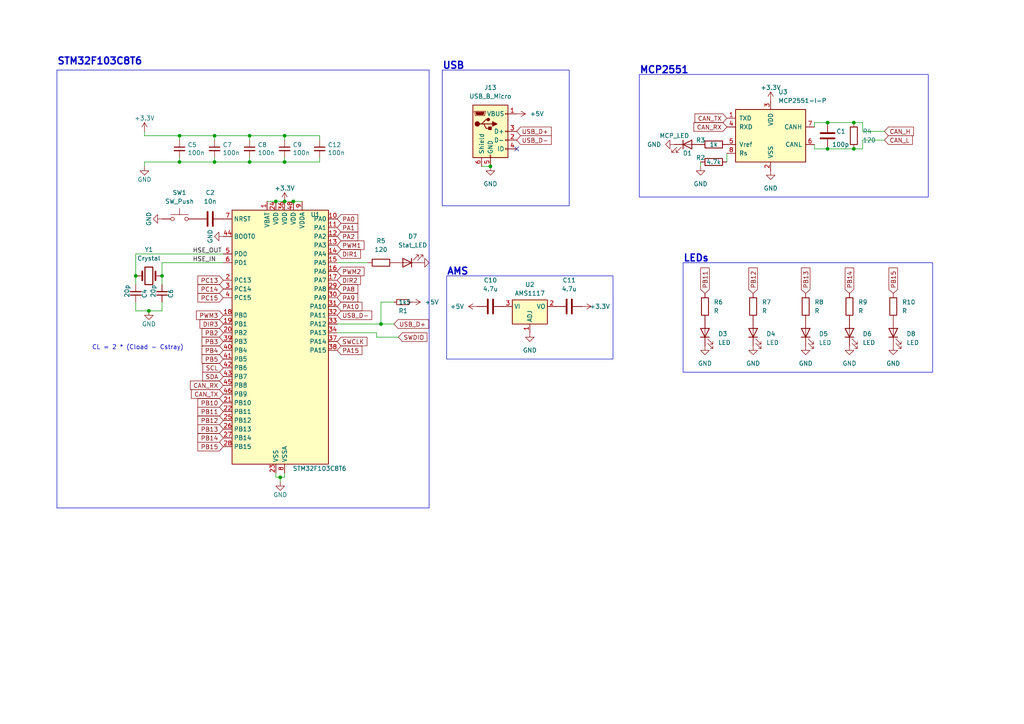
<source format=kicad_sch>
(kicad_sch (version 20230121) (generator eeschema)
  (paper "A4")
  (lib_symbols
    (symbol "Connector:USB_B_Micro" (pin_names (offset 1.016))
      (property "Reference" "J" (at -5.08 11.43 0))
      (property "Value" "USB_B_Micro" (at -5.08 8.89 0))
      (symbol "USB_B_Micro_0_1"
        (rectangle (start -5.08 -7.62) (end 5.08 7.62) (stroke (width 0.254)) (fill (type background)))
        (circle (center -3.81 2.159) (radius 0.635) (stroke (width 0.254)) (fill (type outline)))
        (circle (center -0.635 3.429) (radius 0.381) (stroke (width 0.254)) (fill (type outline)))
        (rectangle (start -0.127 -7.62) (end 0.127 -6.858))
        (polyline (pts (xy -1.905 2.159) (xy 0.635 2.159)) (stroke (width 0.254)))
        (polyline (pts (xy -3.175 2.159) (xy -2.54 2.159) (xy -1.27 3.429) (xy -0.635 3.429)) (stroke (width 0.254)))
        (polyline (pts (xy -2.54 2.159) (xy -1.905 2.159) (xy -1.27 0.889) (xy 0 0.889)) (stroke (width 0.254)))
        (polyline (pts (xy 0.635 2.794) (xy 0.635 1.524) (xy 1.905 2.159) (xy 0.635 2.794)) (stroke (width 0.254)) (fill (type outline)))
        (polyline (pts (xy -4.318 5.588) (xy -1.778 5.588) (xy -2.032 4.826) (xy -4.064 4.826) (xy -4.318 5.588)) (fill (type outline)))
        (polyline (pts (xy -4.699 5.842) (xy -4.699 5.588) (xy -4.445 4.826) (xy -4.445 4.572) (xy -1.651 4.572) (xy -1.651 4.826) (xy -1.397 5.588) (xy -1.397 5.842) (xy -4.699 5.842)))
        (rectangle (start 0.254 1.27) (end -0.508 0.508) (stroke (width 0.254)) (fill (type outline)))
        (rectangle (start 5.08 -5.207) (end 4.318 -4.953))
        (rectangle (start 5.08 -2.667) (end 4.318 -2.413))
        (rectangle (start 5.08 -0.127) (end 4.318 0.127))
        (rectangle (start 5.08 4.953) (end 4.318 5.207))
      )
      (symbol "USB_B_Micro_1_1"
        (pin power_out line (at 7.62 5.08 180) (length 2.54) (name "VBUS") (number "1"))
        (pin bidirectional line (at 7.62 -2.54 180) (length 2.54) (name "D-") (number "2"))
        (pin bidirectional line (at 7.62 0 180) (length 2.54) (name "D+") (number "3"))
        (pin passive line (at 7.62 -5.08 180) (length 2.54) (name "ID") (number "4"))
        (pin power_out line (at 0 -10.16 90) (length 2.54) (name "GND") (number "5"))
        (pin passive line (at -2.54 -10.16 90) (length 2.54) (name "Shield") (number "6"))
      )
    )
    (symbol "Device:C" (pin_numbers hide) (pin_names (offset 0.254))
      (property "Reference" "C" (at 0.635 2.54 0))
      (property "Value" "C" (at 0.635 -2.54 0))
      (symbol "C_0_1"
        (polyline (pts (xy -2.032 -0.762) (xy 2.032 -0.762)) (stroke (width 0.508)))
        (polyline (pts (xy -2.032 0.762) (xy 2.032 0.762)) (stroke (width 0.508)))
      )
      (symbol "C_1_1"
        (pin passive line (at 0 3.81 270) (length 2.794) (name "~") (number "1"))
        (pin passive line (at 0 -3.81 90) (length 2.794) (name "~") (number "2"))
      )
    )
    (symbol "Device:C_Small" (pin_numbers hide) (pin_names (offset 0.254) hide)
      (property "Reference" "C" (at 0.254 1.778 0))
      (property "Value" "C_Small" (at 0.254 -2.032 0))
      (symbol "C_Small_0_1"
        (polyline (pts (xy -1.524 -0.508) (xy 1.524 -0.508)) (stroke (width 0.3302)))
        (polyline (pts (xy -1.524 0.508) (xy 1.524 0.508)) (stroke (width 0.3048)))
      )
      (symbol "C_Small_1_1"
        (pin passive line (at 0 2.54 270) (length 2.032) (name "~") (number "1"))
        (pin passive line (at 0 -2.54 90) (length 2.032) (name "~") (number "2"))
      )
    )
    (symbol "Device:Crystal" (pin_numbers hide) (pin_names (offset 1.016) hide)
      (property "Reference" "Y" (at 0 3.81 0))
      (property "Value" "Crystal" (at 0 -3.81 0))
      (symbol "Crystal_0_1"
        (rectangle (start -1.143 2.54) (end 1.143 -2.54) (stroke (width 0.3048)))
        (polyline (pts (xy -2.54 0) (xy -1.905 0)))
        (polyline (pts (xy -1.905 -1.27) (xy -1.905 1.27)) (stroke (width 0.508)))
        (polyline (pts (xy 1.905 -1.27) (xy 1.905 1.27)) (stroke (width 0.508)))
        (polyline (pts (xy 2.54 0) (xy 1.905 0)))
      )
      (symbol "Crystal_1_1"
        (pin passive line (at -3.81 0 0) (length 1.27) (name "1") (number "1"))
        (pin passive line (at 3.81 0 180) (length 1.27) (name "2") (number "2"))
      )
    )
    (symbol "Device:LED" (pin_numbers hide) (pin_names (offset 1.016) hide)
      (property "Reference" "D" (at 0 2.54 0))
      (property "Value" "LED" (at 0 -2.54 0))
      (symbol "LED_0_1"
        (polyline (pts (xy -1.27 -1.27) (xy -1.27 1.27)) (stroke (width 0.254)))
        (polyline (pts (xy -1.27 0) (xy 1.27 0)))
        (polyline (pts (xy 1.27 -1.27) (xy 1.27 1.27) (xy -1.27 0) (xy 1.27 -1.27)) (stroke (width 0.254)))
        (polyline (pts (xy -3.048 -0.762) (xy -4.572 -2.286) (xy -3.81 -2.286) (xy -4.572 -2.286) (xy -4.572 -1.524)))
        (polyline (pts (xy -1.778 -0.762) (xy -3.302 -2.286) (xy -2.54 -2.286) (xy -3.302 -2.286) (xy -3.302 -1.524)))
      )
      (symbol "LED_1_1"
        (pin passive line (at -3.81 0 0) (length 2.54) (name "K") (number "1"))
        (pin passive line (at 3.81 0 180) (length 2.54) (name "A") (number "2"))
      )
    )
    (symbol "Device:R" (pin_numbers hide) (pin_names (offset 0))
      (property "Reference" "R" (at 2.032 0 90))
      (property "Value" "R" (at 0 0 90))
      (symbol "R_0_1"
        (rectangle (start -1.016 -2.54) (end 1.016 2.54) (stroke (width 0.254)))
      )
      (symbol "R_1_1"
        (pin passive line (at 0 3.81 270) (length 1.27) (name "~") (number "1"))
        (pin passive line (at 0 -3.81 90) (length 1.27) (name "~") (number "2"))
      )
    )
    (symbol "Device:R_Small" (pin_numbers hide) (pin_names (offset 0.254) hide)
      (property "Reference" "R" (at 0.762 0.508 0))
      (property "Value" "R_Small" (at 0.762 -1.016 0))
      (symbol "R_Small_0_1"
        (rectangle (start -0.762 1.778) (end 0.762 -1.778) (stroke (width 0.2032)))
      )
      (symbol "R_Small_1_1"
        (pin passive line (at 0 2.54 270) (length 0.762) (name "~") (number "1"))
        (pin passive line (at 0 -2.54 90) (length 0.762) (name "~") (number "2"))
      )
    )
    (symbol "Interface_CAN_LIN:MCP2551-I-P" (pin_names (offset 1.016))
      (property "Reference" "U" (at -10.16 8.89 0))
      (property "Value" "MCP2551-I-P" (at 2.54 8.89 0))
      (symbol "MCP2551-I-P_0_1"
        (rectangle (start -10.16 7.62) (end 10.16 -7.62) (stroke (width 0.254)) (fill (type background)))
      )
      (symbol "MCP2551-I-P_1_1"
        (pin input line (at -12.7 5.08 0) (length 2.54) (name "TXD") (number "1"))
        (pin power_in line (at 0 -10.16 90) (length 2.54) (name "VSS") (number "2"))
        (pin power_in line (at 0 10.16 270) (length 2.54) (name "VDD") (number "3"))
        (pin output line (at -12.7 2.54 0) (length 2.54) (name "RXD") (number "4"))
        (pin power_out line (at -12.7 -2.54 0) (length 2.54) (name "Vref") (number "5"))
        (pin bidirectional line (at 12.7 -2.54 180) (length 2.54) (name "CANL") (number "6"))
        (pin bidirectional line (at 12.7 2.54 180) (length 2.54) (name "CANH") (number "7"))
        (pin input line (at -12.7 -5.08 0) (length 2.54) (name "Rs") (number "8"))
      )
    )
    (symbol "MCU_ST_STM32F1:STM32F103C8Tx"
      (property "Reference" "U" (at -12.7 39.37 0))
      (property "Value" "STM32F103C8Tx" (at 10.16 39.37 0))
      (symbol "STM32F103C8Tx_0_1"
        (rectangle (start -12.7 -35.56) (end 15.24 38.1) (stroke (width 0.254)) (fill (type background)))
      )
      (symbol "STM32F103C8Tx_1_1"
        (pin power_in line (at -2.54 40.64 270) (length 2.54) (name "VBAT") (number "1"))
        (pin bidirectional line (at 17.78 35.56 180) (length 2.54) (name "PA0") (number "10"))
        (pin bidirectional line (at 17.78 33.02 180) (length 2.54) (name "PA1") (number "11"))
        (pin bidirectional line (at 17.78 30.48 180) (length 2.54) (name "PA2") (number "12"))
        (pin bidirectional line (at 17.78 27.94 180) (length 2.54) (name "PA3") (number "13"))
        (pin bidirectional line (at 17.78 25.4 180) (length 2.54) (name "PA4") (number "14"))
        (pin bidirectional line (at 17.78 22.86 180) (length 2.54) (name "PA5") (number "15"))
        (pin bidirectional line (at 17.78 20.32 180) (length 2.54) (name "PA6") (number "16"))
        (pin bidirectional line (at 17.78 17.78 180) (length 2.54) (name "PA7") (number "17"))
        (pin bidirectional line (at -15.24 7.62 0) (length 2.54) (name "PB0") (number "18"))
        (pin bidirectional line (at -15.24 5.08 0) (length 2.54) (name "PB1") (number "19"))
        (pin bidirectional line (at -15.24 17.78 0) (length 2.54) (name "PC13") (number "2"))
        (pin bidirectional line (at -15.24 2.54 0) (length 2.54) (name "PB2") (number "20"))
        (pin bidirectional line (at -15.24 -17.78 0) (length 2.54) (name "PB10") (number "21"))
        (pin bidirectional line (at -15.24 -20.32 0) (length 2.54) (name "PB11") (number "22"))
        (pin power_in line (at 0 -38.1 90) (length 2.54) (name "VSS") (number "23"))
        (pin power_in line (at 0 40.64 270) (length 2.54) (name "VDD") (number "24"))
        (pin bidirectional line (at -15.24 -22.86 0) (length 2.54) (name "PB12") (number "25"))
        (pin bidirectional line (at -15.24 -25.4 0) (length 2.54) (name "PB13") (number "26"))
        (pin bidirectional line (at -15.24 -27.94 0) (length 2.54) (name "PB14") (number "27"))
        (pin bidirectional line (at -15.24 -30.48 0) (length 2.54) (name "PB15") (number "28"))
        (pin bidirectional line (at 17.78 15.24 180) (length 2.54) (name "PA8") (number "29"))
        (pin bidirectional line (at -15.24 15.24 0) (length 2.54) (name "PC14") (number "3"))
        (pin bidirectional line (at 17.78 12.7 180) (length 2.54) (name "PA9") (number "30"))
        (pin bidirectional line (at 17.78 10.16 180) (length 2.54) (name "PA10") (number "31"))
        (pin bidirectional line (at 17.78 7.62 180) (length 2.54) (name "PA11") (number "32"))
        (pin bidirectional line (at 17.78 5.08 180) (length 2.54) (name "PA12") (number "33"))
        (pin bidirectional line (at 17.78 2.54 180) (length 2.54) (name "PA13") (number "34"))
        (pin passive line (at 0 -38.1 90) (length 2.54) hide (name "VSS") (number "35"))
        (pin power_in line (at 2.54 40.64 270) (length 2.54) (name "VDD") (number "36"))
        (pin bidirectional line (at 17.78 0 180) (length 2.54) (name "PA14") (number "37"))
        (pin bidirectional line (at 17.78 -2.54 180) (length 2.54) (name "PA15") (number "38"))
        (pin bidirectional line (at -15.24 0 0) (length 2.54) (name "PB3") (number "39"))
        (pin bidirectional line (at -15.24 12.7 0) (length 2.54) (name "PC15") (number "4"))
        (pin bidirectional line (at -15.24 -2.54 0) (length 2.54) (name "PB4") (number "40"))
        (pin bidirectional line (at -15.24 -5.08 0) (length 2.54) (name "PB5") (number "41"))
        (pin bidirectional line (at -15.24 -7.62 0) (length 2.54) (name "PB6") (number "42"))
        (pin bidirectional line (at -15.24 -10.16 0) (length 2.54) (name "PB7") (number "43"))
        (pin input line (at -15.24 30.48 0) (length 2.54) (name "BOOT0") (number "44"))
        (pin bidirectional line (at -15.24 -12.7 0) (length 2.54) (name "PB8") (number "45"))
        (pin bidirectional line (at -15.24 -15.24 0) (length 2.54) (name "PB9") (number "46"))
        (pin passive line (at 0 -38.1 90) (length 2.54) hide (name "VSS") (number "47"))
        (pin power_in line (at 5.08 40.64 270) (length 2.54) (name "VDD") (number "48"))
        (pin bidirectional line (at -15.24 25.4 0) (length 2.54) (name "PD0") (number "5"))
        (pin bidirectional line (at -15.24 22.86 0) (length 2.54) (name "PD1") (number "6"))
        (pin input line (at -15.24 35.56 0) (length 2.54) (name "NRST") (number "7"))
        (pin power_in line (at 2.54 -38.1 90) (length 2.54) (name "VSSA") (number "8"))
        (pin power_in line (at 7.62 40.64 270) (length 2.54) (name "VDDA") (number "9"))
      )
    )
    (symbol "Regulator_Linear:AMS1117"
      (property "Reference" "U" (at -3.81 3.175 0))
      (property "Value" "AMS1117" (at 0 3.175 0))
      (symbol "AMS1117_0_1"
        (rectangle (start -5.08 -5.08) (end 5.08 1.905) (stroke (width 0.254)) (fill (type background)))
      )
      (symbol "AMS1117_1_1"
        (pin input line (at 0 -7.62 90) (length 2.54) (name "ADJ") (number "1"))
        (pin power_out line (at 7.62 0 180) (length 2.54) (name "VO") (number "2"))
        (pin power_in line (at -7.62 0 0) (length 2.54) (name "VI") (number "3"))
      )
    )
    (symbol "Switch:SW_Push" (pin_numbers hide) (pin_names (offset 1.016) hide)
      (property "Reference" "SW" (at 1.27 2.54 0))
      (property "Value" "SW_Push" (at 0 -1.524 0))
      (symbol "SW_Push_0_1"
        (circle (center -2.032 0) (radius 0.508))
        (polyline (pts (xy 0 1.27) (xy 0 3.048)))
        (polyline (pts (xy 2.54 1.27) (xy -2.54 1.27)))
        (circle (center 2.032 0) (radius 0.508))
        (pin passive line (at -5.08 0 0) (length 2.54) (name "1") (number "1"))
        (pin passive line (at 5.08 0 180) (length 2.54) (name "2") (number "2"))
      )
    )
    (symbol "power:+3.3V" (power) (pin_names (offset 0))
      (property "Value" "+3.3V" (at 0 3.556 0))
      (symbol "+3.3V_0_1"
        (polyline (pts (xy -0.762 1.27) (xy 0 2.54)))
        (polyline (pts (xy 0 0) (xy 0 2.54)))
        (polyline (pts (xy 0 2.54) (xy 0.762 1.27)))
      )
      (symbol "+3.3V_1_1"
        (pin power_in line (at 0 0 90) (length 0) hide (name "+3.3V") (number "1"))
      )
    )
    (symbol "power:+5V" (power) (pin_names (offset 0))
      (property "Value" "+5V" (at 0 3.556 0))
      (symbol "+5V_0_1"
        (polyline (pts (xy -0.762 1.27) (xy 0 2.54)))
        (polyline (pts (xy 0 0) (xy 0 2.54)))
        (polyline (pts (xy 0 2.54) (xy 0.762 1.27)))
      )
      (symbol "+5V_1_1"
        (pin power_in line (at 0 0 90) (length 0) hide (name "+5V") (number "1"))
      )
    )
    (symbol "power:GND" (power) (pin_names (offset 0))
      (property "Value" "GND" (at 0 -3.81 0))
      (symbol "GND_0_1"
        (polyline (pts (xy 0 0) (xy 0 -1.27) (xy 1.27 -1.27) (xy 0 -2.54) (xy -1.27 -1.27) (xy 0 -1.27)))
      )
      (symbol "GND_1_1"
        (pin power_in line (at 0 0 270) (length 0) hide (name "GND") (number "1"))
      )
    )
  )
  (junction (at 247.65 35.56))
  (junction (at 39.37 80.01))
  (junction (at 110.49 93.98))
  (junction (at 82.55 46.99))
  (junction (at 43.18 90.17))
  (junction (at 82.55 58.42))
  (junction (at 80.01 58.42))
  (junction (at 72.39 46.99))
  (junction (at 82.55 39.37))
  (junction (at 240.03 35.56))
  (junction (at 62.23 46.99))
  (junction (at 240.03 43.18))
  (junction (at 142.24 48.26))
  (junction (at 247.65 43.18))
  (junction (at 62.23 39.37))
  (junction (at 85.09 58.42))
  (junction (at 52.07 46.99))
  (junction (at 46.99 80.01))
  (junction (at 52.07 39.37))
  (junction (at 81.28 138.43))
  (junction (at 72.39 39.37))
  (no_connect (at 149.86 43.18))
  (wire (pts (xy 85.09 58.42) (xy 87.63 58.42)))
  (wire (pts (xy 139.7 48.26) (xy 142.24 48.26)))
  (wire (pts (xy 250.19 38.1) (xy 250.19 35.56)))
  (wire (pts (xy 39.37 90.17) (xy 43.18 90.17)))
  (wire (pts (xy 72.39 46.99) (xy 82.55 46.99)))
  (wire (pts (xy 80.01 58.42) (xy 82.55 58.42)))
  (wire (pts (xy 250.19 40.64) (xy 250.19 43.18)))
  (wire (pts (xy 110.49 93.98) (xy 114.3 93.98)))
  (wire (pts (xy 52.07 46.99) (xy 62.23 46.99)))
  (wire (pts (xy 62.23 40.64) (xy 62.23 39.37)))
  (wire (pts (xy 236.22 36.83) (xy 236.22 35.56)))
  (wire (pts (xy 256.54 40.64) (xy 250.19 40.64)))
  (wire (pts (xy 80.01 138.43) (xy 80.01 137.16)))
  (wire (pts (xy 77.47 58.42) (xy 80.01 58.42)))
  (wire (pts (xy 72.39 45.72) (xy 72.39 46.99)))
  (wire (pts (xy 250.19 35.56) (xy 247.65 35.56)))
  (wire (pts (xy 81.28 139.7) (xy 81.28 138.43)))
  (wire (pts (xy 62.23 39.37) (xy 52.07 39.37)))
  (polyline (pts (xy 16.51 20.32) (xy 16.51 147.32)))
  (wire (pts (xy 46.99 76.2) (xy 64.77 76.2)))
  (polyline (pts (xy 124.46 20.32) (xy 16.51 20.32)))
  (wire (pts (xy 92.71 39.37) (xy 82.55 39.37)))
  (wire (pts (xy 52.07 46.99) (xy 52.07 45.72)))
  (wire (pts (xy 256.54 38.1) (xy 250.19 38.1)))
  (wire (pts (xy 80.01 138.43) (xy 81.28 138.43)))
  (wire (pts (xy 46.99 76.2) (xy 46.99 80.01)))
  (wire (pts (xy 240.03 43.18) (xy 247.65 43.18)))
  (wire (pts (xy 236.22 43.18) (xy 240.03 43.18)))
  (wire (pts (xy 52.07 39.37) (xy 52.07 40.64)))
  (wire (pts (xy 39.37 73.66) (xy 39.37 80.01)))
  (wire (pts (xy 52.07 39.37) (xy 41.91 39.37)))
  (wire (pts (xy 109.22 96.52) (xy 97.79 96.52)))
  (wire (pts (xy 92.71 45.72) (xy 92.71 46.99)))
  (polyline (pts (xy 16.51 147.32) (xy 124.46 147.32)))
  (polyline (pts (xy 124.46 147.32) (xy 124.46 20.32)))
  (wire (pts (xy 236.22 35.56) (xy 240.03 35.56)))
  (wire (pts (xy 97.79 93.98) (xy 110.49 93.98)))
  (wire (pts (xy 41.91 46.99) (xy 52.07 46.99)))
  (wire (pts (xy 62.23 46.99) (xy 72.39 46.99)))
  (wire (pts (xy 46.99 90.17) (xy 43.18 90.17)))
  (wire (pts (xy 39.37 80.01) (xy 39.37 82.55)))
  (wire (pts (xy 41.91 46.99) (xy 41.91 48.26)))
  (wire (pts (xy 236.22 41.91) (xy 236.22 43.18)))
  (wire (pts (xy 240.03 35.56) (xy 247.65 35.56)))
  (wire (pts (xy 82.55 39.37) (xy 72.39 39.37)))
  (wire (pts (xy 110.49 87.63) (xy 110.49 93.98)))
  (wire (pts (xy 250.19 43.18) (xy 247.65 43.18)))
  (wire (pts (xy 109.22 97.79) (xy 115.57 97.79)))
  (wire (pts (xy 82.55 137.16) (xy 82.55 138.43)))
  (wire (pts (xy 210.82 46.99) (xy 210.82 44.45)))
  (wire (pts (xy 114.3 87.63) (xy 110.49 87.63)))
  (wire (pts (xy 46.99 80.01) (xy 46.99 82.55)))
  (wire (pts (xy 64.77 73.66) (xy 39.37 73.66)))
  (wire (pts (xy 82.55 58.42) (xy 85.09 58.42)))
  (wire (pts (xy 46.99 87.63) (xy 46.99 90.17)))
  (wire (pts (xy 203.2 46.99) (xy 203.2 48.26)))
  (wire (pts (xy 72.39 39.37) (xy 62.23 39.37)))
  (wire (pts (xy 109.22 97.79) (xy 109.22 96.52)))
  (wire (pts (xy 72.39 40.64) (xy 72.39 39.37)))
  (wire (pts (xy 82.55 40.64) (xy 82.55 39.37)))
  (wire (pts (xy 97.79 76.2) (xy 106.68 76.2)))
  (wire (pts (xy 39.37 87.63) (xy 39.37 90.17)))
  (wire (pts (xy 82.55 45.72) (xy 82.55 46.99)))
  (wire (pts (xy 92.71 40.64) (xy 92.71 39.37)))
  (wire (pts (xy 92.71 46.99) (xy 82.55 46.99)))
  (wire (pts (xy 62.23 45.72) (xy 62.23 46.99)))
  (wire (pts (xy 41.91 38.1) (xy 41.91 39.37)))
  (wire (pts (xy 81.28 138.43) (xy 82.55 138.43)))
  (rectangle (start 128.27 20.32) (end 165.1 59.69))
  (rectangle (start 185.42 21.59) (end 269.24 57.15))
  (rectangle (start 129.54 80.01) (end 177.8 104.14))
  (rectangle (start 198.12 76.2) (end 270.51 107.95))
  (text "MCP2551" (at 185.42 21.59 0) (effects (font (size 2.0066 2.0066) (thickness 0.4013) bold) (justify left bottom)))
  (text "STM32F103C8T6" (at 16.51 19.05 0) (effects (font (size 2.0066 2.0066) (thickness 0.4013) bold) (justify left bottom)))
  (text "AMS" (at 129.54 80.01 0) (effects (font (size 2.0066 2.0066) (thickness 0.4013) bold) (justify left bottom)))
  (text "LEDs" (at 198.12 76.2 0) (effects (font (size 2.0066 2.0066) (thickness 0.4013) bold) (justify left bottom)))
  (text "USB" (at 128.27 20.32 0) (effects (font (size 2.0066 2.0066) (thickness 0.4013) bold) (justify left bottom)))
  (text "CL = 2 * (Cload - Cstray)" (at 26.67 101.6 0) (effects (font (size 1.27 1.27)) (justify left bottom)))
  (label "HSE_OUT" (at 55.88 73.66 0))
  (label "HSE_IN" (at 55.88 76.2 0))
  (global_label "PB11" (shape input) (at 64.77 119.38 180) (property "Intersheetrefs" "${INTERSHEET_REFS}" (effects hide)))
  (global_label "CAN_TX" (shape input) (at 64.77 114.3 180) (property "Intersheetrefs" "${INTERSHEET_REFS}" (effects hide)))
  (global_label "PWM3" (shape input) (at 64.77 91.44 180) (property "Intersheetrefs" "${INTERSHEET_REFS}" (effects hide)))
  (global_label "PB3" (shape input) (at 64.77 99.06 180) (property "Intersheetrefs" "${INTERSHEET_REFS}" (effects hide)))
  (global_label "PB12" (shape input) (at 64.77 121.92 180) (property "Intersheetrefs" "${INTERSHEET_REFS}" (effects hide)))
  (global_label "PB12" (shape input) (at 218.44 85.09 90) (property "Intersheetrefs" "${INTERSHEET_REFS}" (effects hide)))
  (global_label "PA9" (shape input) (at 97.79 86.36 0) (property "Intersheetrefs" "${INTERSHEET_REFS}" (effects hide)))
  (global_label "USB_D-" (shape input) (at 97.79 91.44 0) (property "Intersheetrefs" "${INTERSHEET_REFS}" (effects hide)))
  (global_label "PWM2" (shape input) (at 97.79 78.74 0) (property "Intersheetrefs" "${INTERSHEET_REFS}" (effects hide)))
  (global_label "USB_D+" (shape input) (at 114.3 93.98 0) (property "Intersheetrefs" "${INTERSHEET_REFS}" (effects hide)))
  (global_label "PB14" (shape input) (at 64.77 127 180) (property "Intersheetrefs" "${INTERSHEET_REFS}" (effects hide)))
  (global_label "CAN_H" (shape input) (at 256.54 38.1 0) (property "Intersheetrefs" "${INTERSHEET_REFS}" (effects hide)))
  (global_label "PB4" (shape input) (at 64.77 101.6 180) (property "Intersheetrefs" "${INTERSHEET_REFS}" (effects hide)))
  (global_label "PB10" (shape input) (at 64.77 116.84 180) (property "Intersheetrefs" "${INTERSHEET_REFS}" (effects hide)))
  (global_label "CAN_TX" (shape input) (at 210.82 34.29 180) (property "Intersheetrefs" "${INTERSHEET_REFS}" (effects hide)))
  (global_label "PA15" (shape input) (at 97.79 101.6 0) (property "Intersheetrefs" "${INTERSHEET_REFS}" (effects hide)))
  (global_label "PA8" (shape input) (at 97.79 83.82 0) (property "Intersheetrefs" "${INTERSHEET_REFS}" (effects hide)))
  (global_label "PB13" (shape input) (at 64.77 124.46 180) (property "Intersheetrefs" "${INTERSHEET_REFS}" (effects hide)))
  (global_label "PC15" (shape input) (at 64.77 86.36 180) (property "Intersheetrefs" "${INTERSHEET_REFS}" (effects hide)))
  (global_label "SDA" (shape input) (at 64.77 109.22 180) (property "Intersheetrefs" "${INTERSHEET_REFS}" (effects hide)))
  (global_label "PB13" (shape input) (at 233.68 85.09 90) (property "Intersheetrefs" "${INTERSHEET_REFS}" (effects hide)))
  (global_label "SWCLK" (shape input) (at 97.79 99.06 0) (property "Intersheetrefs" "${INTERSHEET_REFS}" (effects hide)))
  (global_label "PB2" (shape input) (at 64.77 96.52 180) (property "Intersheetrefs" "${INTERSHEET_REFS}" (effects hide)))
  (global_label "DIR1" (shape input) (at 97.79 73.66 0) (property "Intersheetrefs" "${INTERSHEET_REFS}" (effects hide)))
  (global_label "PA2" (shape input) (at 97.79 68.58 0) (property "Intersheetrefs" "${INTERSHEET_REFS}" (effects hide)))
  (global_label "PB15" (shape input) (at 64.77 129.54 180) (property "Intersheetrefs" "${INTERSHEET_REFS}" (effects hide)))
  (global_label "PB15" (shape input) (at 259.08 85.09 90) (property "Intersheetrefs" "${INTERSHEET_REFS}" (effects hide)))
  (global_label "CAN_RX" (shape input) (at 210.82 36.83 180) (property "Intersheetrefs" "${INTERSHEET_REFS}" (effects hide)))
  (global_label "DIR3" (shape input) (at 64.77 93.98 180) (property "Intersheetrefs" "${INTERSHEET_REFS}" (effects hide)))
  (global_label "PA1" (shape input) (at 97.79 66.04 0) (property "Intersheetrefs" "${INTERSHEET_REFS}" (effects hide)))
  (global_label "CAN_RX" (shape input) (at 64.77 111.76 180) (property "Intersheetrefs" "${INTERSHEET_REFS}" (effects hide)))
  (global_label "PWM1" (shape input) (at 97.79 71.12 0) (property "Intersheetrefs" "${INTERSHEET_REFS}" (effects hide)))
  (global_label "PA0" (shape input) (at 97.79 63.5 0) (property "Intersheetrefs" "${INTERSHEET_REFS}" (effects hide)))
  (global_label "CAN_L" (shape input) (at 256.54 40.64 0) (property "Intersheetrefs" "${INTERSHEET_REFS}" (effects hide)))
  (global_label "PB14" (shape input) (at 246.38 85.09 90) (property "Intersheetrefs" "${INTERSHEET_REFS}" (effects hide)))
  (global_label "PC14" (shape input) (at 64.77 83.82 180) (property "Intersheetrefs" "${INTERSHEET_REFS}" (effects hide)))
  (global_label "USB_D-" (shape input) (at 149.86 40.64 0) (property "Intersheetrefs" "${INTERSHEET_REFS}" (effects hide)))
  (global_label "PB5" (shape input) (at 64.77 104.14 180) (property "Intersheetrefs" "${INTERSHEET_REFS}" (effects hide)))
  (global_label "SWDIO" (shape input) (at 115.57 97.79 0) (property "Intersheetrefs" "${INTERSHEET_REFS}" (effects hide)))
  (global_label "USB_D+" (shape input) (at 149.86 38.1 0) (property "Intersheetrefs" "${INTERSHEET_REFS}" (effects hide)))
  (global_label "DIR2" (shape input) (at 97.79 81.28 0) (property "Intersheetrefs" "${INTERSHEET_REFS}" (effects hide)))
  (global_label "PC13" (shape input) (at 64.77 81.28 180) (property "Intersheetrefs" "${INTERSHEET_REFS}" (effects hide)))
  (global_label "SCL" (shape input) (at 64.77 106.68 180) (property "Intersheetrefs" "${INTERSHEET_REFS}" (effects hide)))
  (global_label "PA10" (shape input) (at 97.79 88.9 0) (property "Intersheetrefs" "${INTERSHEET_REFS}" (effects hide)))
  (global_label "PB11" (shape input) (at 204.47 85.09 90) (property "Intersheetrefs" "${INTERSHEET_REFS}" (effects hide)))
  (symbol (lib_id "power:GND") (at 218.44 100.33 0) (unit 1)
    (property "Reference" "#PWR034" (effects hide))
    (property "Value" "GND" (at 218.44 105.41 0))
  )
  (symbol (lib_id "Device:R") (at 218.44 88.9 0) (unit 1)
    (property "Reference" "R7" (at 220.98 87.63 0) (effects (justify left)))
    (property "Value" "R" (at 220.98 90.17 0) (effects (justify left)))
    (property "Footprint" "Resistor_SMD:R_0805_2012Metric" (effects hide))
  )
  (symbol (lib_id "power:GND") (at 121.92 76.2 90) (unit 1)
    (property "Reference" "#PWR033" (effects hide))
    (property "Value" "GND" (effects hide))
  )
  (symbol (lib_id "Device:R") (at 207.01 41.91 90) (unit 1)
    (property "Reference" "R3" (at 203.2 40.64 90))
    (property "Value" "1k" (at 207.01 41.91 90))
    (property "Footprint" "Resistor_SMD:R_0805_2012Metric" (effects hide))
  )
  (symbol (lib_id "Device:C_Small") (at 72.39 43.18 0) (unit 1)
    (property "Reference" "C8" (at 74.7268 42.0116 0) (effects (justify left)))
    (property "Value" "100n" (at 74.7268 44.323 0) (effects (justify left)))
    (property "Footprint" "Capacitor_SMD:C_0805_2012Metric" (effects hide))
    (property "LCSC Part #" "C1525" (effects hide))
  )
  (symbol (lib_id "Device:R_Small") (at 116.84 87.63 270) (unit 1)
    (property "Reference" "R1" (at 115.57 90.17 90) (effects (justify left)))
    (property "Value" "1k5" (at 115.57 87.63 90) (effects (justify left)))
    (property "Footprint" "Resistor_SMD:R_0805_2012Metric" (effects hide))
    (property "LCSC Part #" "C25867" (effects hide))
  )
  (symbol (lib_id "Device:LED") (at 233.68 96.52 90) (unit 1)
    (property "Reference" "D5" (at 237.49 96.8375 90) (effects (justify right)))
    (property "Value" "LED" (at 237.49 99.3775 90) (effects (justify right)))
    (property "Footprint" "LED_SMD:LED_0805_2012Metric" (effects hide))
  )
  (symbol (lib_id "Device:C_Small") (at 62.23 43.18 0) (unit 1)
    (property "Reference" "C7" (at 64.5668 42.0116 0) (effects (justify left)))
    (property "Value" "100n" (at 64.5668 44.323 0) (effects (justify left)))
    (property "Footprint" "Capacitor_SMD:C_0805_2012Metric" (effects hide))
    (property "LCSC Part #" "C1525" (effects hide))
  )
  (symbol (lib_id "MCU_ST_STM32F1:STM32F103C8Tx") (at 80.01 99.06 0) (unit 1)
    (property "Reference" "U1" (at 91.44 62.23 0))
    (property "Value" "STM32F103C8T6" (at 92.71 135.89 0))
    (property "Footprint" "Package_QFP:LQFP-48_7x7mm_P0.5mm" (effects hide))
    (property "Datasheet" "http://www.st.com/st-web-ui/static/active/en/resource/technical/document/datasheet/CD00161566.pdf" (effects hide))
    (property "LCSC Part #" "C8734" (effects hide))
  )
  (symbol (lib_id "Device:C") (at 142.24 88.9 90) (unit 1)
    (property "Reference" "C10" (at 142.24 81.28 90))
    (property "Value" "4.7u" (at 142.24 83.82 90))
    (property "Footprint" "Capacitor_SMD:C_0805_2012Metric" (effects hide))
  )
  (symbol (lib_id "power:GND") (at 233.68 100.33 0) (unit 1)
    (property "Reference" "#PWR035" (effects hide))
    (property "Value" "GND" (at 233.68 105.41 0))
  )
  (symbol (lib_id "Device:LED") (at 259.08 96.52 90) (unit 1)
    (property "Reference" "D8" (at 262.89 96.8375 90) (effects (justify right)))
    (property "Value" "LED" (at 262.89 99.3775 90) (effects (justify right)))
    (property "Footprint" "LED_SMD:LED_0805_2012Metric" (effects hide))
  )
  (symbol (lib_id "Device:R") (at 207.01 46.99 90) (unit 1)
    (property "Reference" "R2" (at 203.2 45.72 90))
    (property "Value" "4.7k" (at 207.01 46.99 90))
    (property "Footprint" "Resistor_SMD:R_0805_2012Metric" (effects hide))
  )
  (symbol (lib_id "Device:C_Small") (at 82.55 43.18 0) (unit 1)
    (property "Reference" "C9" (at 84.8868 42.0116 0) (effects (justify left)))
    (property "Value" "100n" (at 84.8868 44.323 0) (effects (justify left)))
    (property "Footprint" "Capacitor_SMD:C_0805_2012Metric" (effects hide))
    (property "LCSC Part #" "C1525" (effects hide))
  )
  (symbol (lib_id "power:GND") (at 46.99 63.5 270) (unit 1)
    (property "Reference" "#PWR012" (effects hide))
    (property "Value" "GND" (at 43.18 63.5 0))
  )
  (symbol (lib_id "power:GND") (at 81.28 139.7 0) (unit 1)
    (property "Reference" "#PWR013" (effects hide))
    (property "Value" "GND" (at 81.28 143.51 0))
  )
  (symbol (lib_id "Device:R") (at 247.65 39.37 0) (unit 1)
    (property "Reference" "R4" (at 250.19 38.1 0) (effects (justify left)))
    (property "Value" "120" (at 250.19 40.64 0) (effects (justify left)))
    (property "Footprint" "Resistor_SMD:R_0805_2012Metric" (effects hide))
  )
  (symbol (lib_id "Device:C_Small") (at 52.07 43.18 0) (unit 1)
    (property "Reference" "C5" (at 54.4068 42.0116 0) (effects (justify left)))
    (property "Value" "100n" (at 54.4068 44.323 0) (effects (justify left)))
    (property "Footprint" "Capacitor_SMD:C_0805_2012Metric" (effects hide))
    (property "LCSC Part #" "C1525" (effects hide))
  )
  (symbol (lib_id "Device:C") (at 240.03 39.37 0) (unit 1)
    (property "Reference" "C1" (at 242.57 38.1 0) (effects (justify left)))
    (property "Value" "100p" (at 241.3 41.91 0) (effects (justify left)))
    (property "Footprint" "Capacitor_SMD:C_0805_2012Metric" (effects hide))
  )
  (symbol (lib_id "Interface_CAN_LIN:MCP2551-I-P") (at 223.52 39.37 0) (unit 1)
    (property "Reference" "U3" (at 225.7141 26.67 0) (effects (justify left)))
    (property "Value" "MCP2551-I-P" (at 225.7141 29.21 0) (effects (justify left)))
    (property "Footprint" "Package_DIP:DIP-8_W7.62mm" (effects hide))
    (property "Datasheet" "http://ww1.microchip.com/downloads/en/devicedoc/21667d.pdf" (effects hide))
  )
  (symbol (lib_id "Device:C_Small") (at 39.37 85.09 180) (unit 1)
    (property "Reference" "C4" (at 41.91 83.82 90) (effects (justify left)))
    (property "Value" "20p" (at 36.83 82.55 90) (effects (justify left)))
    (property "Footprint" "Capacitor_SMD:C_0805_2012Metric" (effects hide))
    (property "LCSC Part #" "C1570" (effects hide))
  )
  (symbol (lib_id "Device:Crystal") (at 43.18 80.01 0) (unit 1)
    (property "Reference" "Y1" (at 43.18 72.39 0))
    (property "Value" "Crystal" (at 43.18 74.93 0))
    (property "Footprint" "Crystal:Crystal_HC49-U_Vertical" (effects hide))
  )
  (symbol (lib_id "Device:C_Small") (at 46.99 85.09 180) (unit 1)
    (property "Reference" "C6" (at 49.53 83.82 90) (effects (justify left)))
    (property "Value" "20p" (at 44.45 82.55 90) (effects (justify left)))
    (property "Footprint" "Capacitor_SMD:C_0805_2012Metric" (effects hide))
    (property "LCSC Part #" "C1570" (effects hide))
  )
  (symbol (lib_id "Device:LED") (at 246.38 96.52 90) (unit 1)
    (property "Reference" "D6" (at 250.19 96.8375 90) (effects (justify right)))
    (property "Value" "LED" (at 250.19 99.3775 90) (effects (justify right)))
    (property "Footprint" "LED_SMD:LED_0805_2012Metric" (effects hide))
  )
  (symbol (lib_id "Switch:SW_Push") (at 52.07 63.5 0) (unit 1)
    (property "Reference" "SW1" (at 52.07 55.88 0))
    (property "Value" "SW_Push" (at 52.07 58.42 0))
    (property "Footprint" "Button_Switch_THT:SW_PUSH_6mm_H5mm" (effects hide))
  )
  (symbol (lib_id "power:+5V") (at 119.38 87.63 270) (unit 1)
    (property "Reference" "#PWR014" (effects hide))
    (property "Value" "+5V" (at 123.19 87.63 90) (effects (justify left)))
  )
  (symbol (lib_id "power:GND") (at 142.24 48.26 0) (unit 1)
    (property "Reference" "#PWR018" (effects hide))
    (property "Value" "GND" (at 142.24 53.34 0))
  )
  (symbol (lib_id "power:GND") (at 43.18 90.17 0) (unit 1)
    (property "Reference" "#PWR09" (effects hide))
    (property "Value" "GND" (at 43.18 93.98 0))
  )
  (symbol (lib_id "Device:R") (at 246.38 88.9 0) (unit 1)
    (property "Reference" "R9" (at 248.92 87.63 0) (effects (justify left)))
    (property "Value" "R" (at 248.92 90.17 0) (effects (justify left)))
    (property "Footprint" "Resistor_SMD:R_0805_2012Metric" (effects hide))
  )
  (symbol (lib_id "Device:R") (at 110.49 76.2 90) (unit 1)
    (property "Reference" "R5" (at 110.49 69.85 90))
    (property "Value" "120" (at 110.49 72.39 90))
    (property "Footprint" "Resistor_SMD:R_0805_2012Metric" (effects hide))
  )
  (symbol (lib_id "power:GND") (at 259.08 100.33 0) (unit 1)
    (property "Reference" "#PWR037" (effects hide))
    (property "Value" "GND" (at 259.08 105.41 0))
  )
  (symbol (lib_id "power:GND") (at 41.91 48.26 0) (unit 1)
    (property "Reference" "#PWR08" (effects hide))
    (property "Value" "GND" (at 41.91 52.07 0))
  )
  (symbol (lib_id "power:GND") (at 246.38 100.33 0) (unit 1)
    (property "Reference" "#PWR036" (effects hide))
    (property "Value" "GND" (at 246.38 105.41 0))
  )
  (symbol (lib_id "power:GND") (at 195.58 41.91 270) (unit 1)
    (property "Reference" "#PWR023" (effects hide))
    (property "Value" "GND" (at 191.77 41.91 90) (effects (justify right)))
  )
  (symbol (lib_id "power:GND") (at 64.77 68.58 270) (unit 1)
    (property "Reference" "#PWR06" (effects hide))
    (property "Value" "GND" (at 60.96 68.58 0))
  )
  (symbol (lib_id "Device:R") (at 233.68 88.9 0) (unit 1)
    (property "Reference" "R8" (at 236.22 87.63 0) (effects (justify left)))
    (property "Value" "R" (at 236.22 90.17 0) (effects (justify left)))
    (property "Footprint" "Resistor_SMD:R_0805_2012Metric" (effects hide))
  )
  (symbol (lib_id "power:+5V") (at 149.86 33.02 270) (unit 1)
    (property "Reference" "#PWR017" (effects hide))
    (property "Value" "+5V" (at 153.67 33.02 90) (effects (justify left)))
  )
  (symbol (lib_id "Device:LED") (at 204.47 96.52 90) (unit 1)
    (property "Reference" "D3" (at 208.28 96.8375 90) (effects (justify right)))
    (property "Value" "LED" (at 208.28 99.3775 90) (effects (justify right)))
    (property "Footprint" "LED_SMD:LED_0805_2012Metric" (effects hide))
  )
  (symbol (lib_id "power:+3.3V") (at 168.91 88.9 270) (unit 1)
    (property "Reference" "#PWR025" (effects hide))
    (property "Value" "+3.3V" (at 173.99 88.9 90))
  )
  (symbol (lib_id "power:+3.3V") (at 82.55 58.42 0) (unit 1)
    (property "Reference" "#PWR011" (effects hide))
    (property "Value" "+3.3V" (at 82.55 54.61 0))
  )
  (symbol (lib_id "Device:LED") (at 118.11 76.2 180) (unit 1)
    (property "Reference" "D7" (at 119.6975 68.58 0))
    (property "Value" "Stat_LED" (at 119.6975 71.12 0))
    (property "Footprint" "LED_SMD:LED_0805_2012Metric" (effects hide))
  )
  (symbol (lib_id "Device:R") (at 259.08 88.9 0) (unit 1)
    (property "Reference" "R10" (at 261.62 87.63 0) (effects (justify left)))
    (property "Value" "R" (at 261.62 90.17 0) (effects (justify left)))
    (property "Footprint" "Resistor_SMD:R_0805_2012Metric" (effects hide))
  )
  (symbol (lib_id "Device:LED") (at 218.44 96.52 90) (unit 1)
    (property "Reference" "D4" (at 222.25 96.8375 90) (effects (justify right)))
    (property "Value" "LED" (at 222.25 99.3775 90) (effects (justify right)))
    (property "Footprint" "LED_SMD:LED_0805_2012Metric" (effects hide))
  )
  (symbol (lib_id "Device:LED") (at 199.39 41.91 0) (unit 1)
    (property "Reference" "D1" (at 199.39 44.45 0))
    (property "Value" "MCP_LED" (at 195.58 39.37 0))
    (property "Footprint" "LED_SMD:LED_0805_2012Metric" (effects hide))
  )
  (symbol (lib_id "Device:C") (at 165.1 88.9 90) (unit 1)
    (property "Reference" "C11" (at 165.1 81.28 90))
    (property "Value" "4.7u" (at 165.1 83.82 90))
    (property "Footprint" "Capacitor_SMD:C_0805_2012Metric" (effects hide))
  )
  (symbol (lib_id "power:GND") (at 223.52 49.53 0) (unit 1)
    (property "Reference" "#PWR020" (effects hide))
    (property "Value" "GND" (at 223.52 54.61 0))
  )
  (symbol (lib_id "power:GND") (at 204.47 100.33 0) (unit 1)
    (property "Reference" "#PWR019" (effects hide))
    (property "Value" "GND" (at 204.47 105.41 0))
  )
  (symbol (lib_id "power:GND") (at 203.2 48.26 0) (unit 1)
    (property "Reference" "#PWR022" (effects hide))
    (property "Value" "GND" (at 203.2 53.34 0))
  )
  (symbol (lib_id "Device:R") (at 204.47 88.9 0) (unit 1)
    (property "Reference" "R6" (at 207.01 87.63 0) (effects (justify left)))
    (property "Value" "R" (at 207.01 90.17 0) (effects (justify left)))
    (property "Footprint" "Resistor_SMD:R_0805_2012Metric" (effects hide))
  )
  (symbol (lib_id "power:GND") (at 153.67 96.52 0) (unit 1)
    (property "Reference" "#PWR01" (effects hide))
    (property "Value" "GND" (at 153.67 101.6 0))
  )
  (symbol (lib_id "Regulator_Linear:AMS1117") (at 153.67 88.9 0) (unit 1)
    (property "Reference" "U2" (at 153.67 82.55 0))
    (property "Value" "AMS1117" (at 153.67 85.09 0))
    (property "Footprint" "Package_TO_SOT_SMD:SOT-223-3_TabPin2" (effects hide))
    (property "Datasheet" "http://www.advanced-monolithic.com/pdf/ds1117.pdf" (effects hide))
  )
  (symbol (lib_id "Device:C") (at 60.96 63.5 270) (unit 1)
    (property "Reference" "C2" (at 60.96 55.88 90))
    (property "Value" "10n" (at 60.96 58.42 90))
    (property "Footprint" "Capacitor_SMD:C_0805_2012Metric" (effects hide))
  )
  (symbol (lib_id "Connector:USB_B_Micro") (at 142.24 38.1 0) (unit 1)
    (property "Reference" "J13" (at 142.24 25.4 0))
    (property "Value" "USB_B_Micro" (at 142.24 27.94 0))
    (property "Footprint" "Connector_USB:USB_Micro-B_Wuerth_629105150521" (effects hide))
  )
  (symbol (lib_id "Device:C_Small") (at 92.71 43.18 0) (unit 1)
    (property "Reference" "C12" (at 95.0468 42.0116 0) (effects (justify left)))
    (property "Value" "100n" (at 95.0468 44.323 0) (effects (justify left)))
    (property "Footprint" "Capacitor_SMD:C_0805_2012Metric" (effects hide))
    (property "LCSC Part #" "C1525" (effects hide))
  )
  (symbol (lib_id "power:+5V") (at 138.43 88.9 90) (unit 1)
    (property "Reference" "#PWR024" (effects hide))
    (property "Value" "+5V" (at 134.62 88.9 90) (effects (justify left)))
  )
  (symbol (lib_id "power:+3.3V") (at 41.91 38.1 0) (unit 1)
    (property "Reference" "#PWR07" (effects hide))
    (property "Value" "+3.3V" (at 41.91 34.29 0))
  )
  (symbol (lib_id "power:+3.3V") (at 223.52 29.21 0) (unit 1)
    (property "Reference" "#PWR021" (effects hide))
    (property "Value" "+3.3V" (at 223.52 25.4 0))
  )
)
</source>
